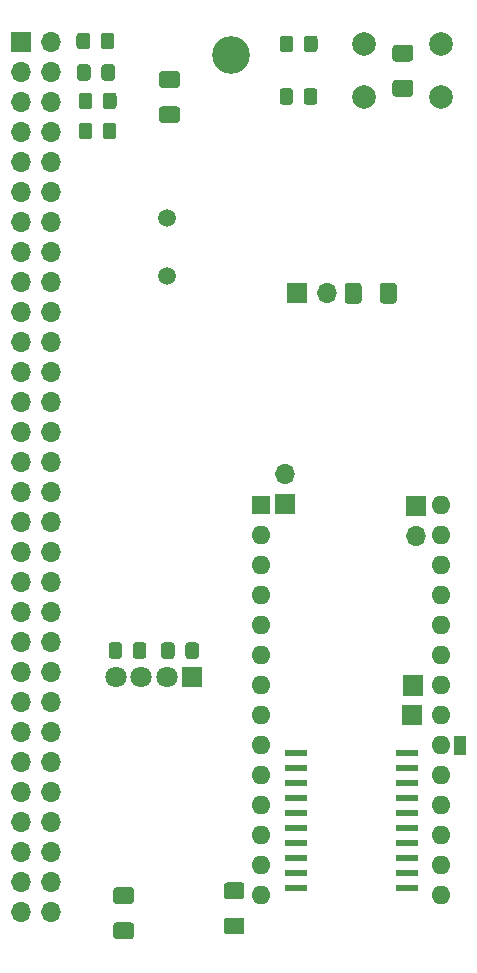
<source format=gbr>
%TF.GenerationSoftware,KiCad,Pcbnew,5.1.9+dfsg1-1+deb11u1*%
%TF.CreationDate,2024-10-31T16:52:42-07:00*%
%TF.ProjectId,8051,38303531-2e6b-4696-9361-645f70636258,rev?*%
%TF.SameCoordinates,Original*%
%TF.FileFunction,Soldermask,Bot*%
%TF.FilePolarity,Negative*%
%FSLAX46Y46*%
G04 Gerber Fmt 4.6, Leading zero omitted, Abs format (unit mm)*
G04 Created by KiCad (PCBNEW 5.1.9+dfsg1-1+deb11u1) date 2024-10-31 16:52:42*
%MOMM*%
%LPD*%
G01*
G04 APERTURE LIST*
%ADD10C,0.100000*%
%ADD11R,1.700000X1.700000*%
%ADD12C,3.200000*%
%ADD13O,1.600000X1.600000*%
%ADD14R,1.600000X1.600000*%
%ADD15O,1.700000X1.700000*%
%ADD16C,1.800000*%
%ADD17R,1.800000X1.800000*%
%ADD18C,1.500000*%
%ADD19R,1.950000X0.600000*%
%ADD20C,2.000000*%
G04 APERTURE END LIST*
D10*
G36*
X128500000Y-123600000D02*
G01*
X127550000Y-123600000D01*
X127550000Y-122050000D01*
X128500000Y-122050000D01*
X128500000Y-123600000D01*
G37*
X128500000Y-123600000D02*
X127550000Y-123600000D01*
X127550000Y-122050000D01*
X128500000Y-122050000D01*
X128500000Y-123600000D01*
G36*
X124850000Y-118600000D02*
G01*
X123250000Y-118600000D01*
X123250000Y-116950000D01*
X124850000Y-116950000D01*
X124850000Y-118600000D01*
G37*
X124850000Y-118600000D02*
X123250000Y-118600000D01*
X123250000Y-116950000D01*
X124850000Y-116950000D01*
X124850000Y-118600000D01*
D11*
%TO.C,J5*%
X124000000Y-120300000D03*
%TD*%
D12*
%TO.C,H1*%
X108700000Y-64400000D03*
%TD*%
%TO.C,C8*%
G36*
G01*
X102875000Y-68775000D02*
X104125000Y-68775000D01*
G75*
G02*
X104375000Y-69025000I0J-250000D01*
G01*
X104375000Y-69950000D01*
G75*
G02*
X104125000Y-70200000I-250000J0D01*
G01*
X102875000Y-70200000D01*
G75*
G02*
X102625000Y-69950000I0J250000D01*
G01*
X102625000Y-69025000D01*
G75*
G02*
X102875000Y-68775000I250000J0D01*
G01*
G37*
G36*
G01*
X102875000Y-65800000D02*
X104125000Y-65800000D01*
G75*
G02*
X104375000Y-66050000I0J-250000D01*
G01*
X104375000Y-66975000D01*
G75*
G02*
X104125000Y-67225000I-250000J0D01*
G01*
X102875000Y-67225000D01*
G75*
G02*
X102625000Y-66975000I0J250000D01*
G01*
X102625000Y-66050000D01*
G75*
G02*
X102875000Y-65800000I250000J0D01*
G01*
G37*
%TD*%
D13*
%TO.C,U5*%
X126490000Y-102500000D03*
X111250000Y-135520000D03*
X126490000Y-105040000D03*
X111250000Y-132980000D03*
X126490000Y-107580000D03*
X111250000Y-130440000D03*
X126490000Y-110120000D03*
X111250000Y-127900000D03*
X126490000Y-112660000D03*
X111250000Y-125360000D03*
X126490000Y-115200000D03*
X111250000Y-122820000D03*
X126490000Y-117740000D03*
X111250000Y-120280000D03*
X126490000Y-120280000D03*
X111250000Y-117740000D03*
X126490000Y-122820000D03*
X111250000Y-115200000D03*
X126490000Y-125360000D03*
X111250000Y-112660000D03*
X126490000Y-127900000D03*
X111250000Y-110120000D03*
X126490000Y-130440000D03*
X111250000Y-107580000D03*
X126490000Y-132980000D03*
X111250000Y-105040000D03*
X126490000Y-135520000D03*
D14*
X111250000Y-102500000D03*
%TD*%
%TO.C,R9*%
G36*
G01*
X96959000Y-70415999D02*
X96959000Y-71316001D01*
G75*
G02*
X96709001Y-71566000I-249999J0D01*
G01*
X96058999Y-71566000D01*
G75*
G02*
X95809000Y-71316001I0J249999D01*
G01*
X95809000Y-70415999D01*
G75*
G02*
X96058999Y-70166000I249999J0D01*
G01*
X96709001Y-70166000D01*
G75*
G02*
X96959000Y-70415999I0J-249999D01*
G01*
G37*
G36*
G01*
X99009000Y-70415999D02*
X99009000Y-71316001D01*
G75*
G02*
X98759001Y-71566000I-249999J0D01*
G01*
X98108999Y-71566000D01*
G75*
G02*
X97859000Y-71316001I0J249999D01*
G01*
X97859000Y-70415999D01*
G75*
G02*
X98108999Y-70166000I249999J0D01*
G01*
X98759001Y-70166000D01*
G75*
G02*
X99009000Y-70415999I0J-249999D01*
G01*
G37*
%TD*%
%TO.C,R8*%
G36*
G01*
X96968000Y-67875999D02*
X96968000Y-68776001D01*
G75*
G02*
X96718001Y-69026000I-249999J0D01*
G01*
X96067999Y-69026000D01*
G75*
G02*
X95818000Y-68776001I0J249999D01*
G01*
X95818000Y-67875999D01*
G75*
G02*
X96067999Y-67626000I249999J0D01*
G01*
X96718001Y-67626000D01*
G75*
G02*
X96968000Y-67875999I0J-249999D01*
G01*
G37*
G36*
G01*
X99018000Y-67875999D02*
X99018000Y-68776001D01*
G75*
G02*
X98768001Y-69026000I-249999J0D01*
G01*
X98117999Y-69026000D01*
G75*
G02*
X97868000Y-68776001I0J249999D01*
G01*
X97868000Y-67875999D01*
G75*
G02*
X98117999Y-67626000I249999J0D01*
G01*
X98768001Y-67626000D01*
G75*
G02*
X99018000Y-67875999I0J-249999D01*
G01*
G37*
%TD*%
%TO.C,R7*%
G36*
G01*
X96823000Y-65462999D02*
X96823000Y-66363001D01*
G75*
G02*
X96573001Y-66613000I-249999J0D01*
G01*
X95922999Y-66613000D01*
G75*
G02*
X95673000Y-66363001I0J249999D01*
G01*
X95673000Y-65462999D01*
G75*
G02*
X95922999Y-65213000I249999J0D01*
G01*
X96573001Y-65213000D01*
G75*
G02*
X96823000Y-65462999I0J-249999D01*
G01*
G37*
G36*
G01*
X98873000Y-65462999D02*
X98873000Y-66363001D01*
G75*
G02*
X98623001Y-66613000I-249999J0D01*
G01*
X97972999Y-66613000D01*
G75*
G02*
X97723000Y-66363001I0J249999D01*
G01*
X97723000Y-65462999D01*
G75*
G02*
X97972999Y-65213000I249999J0D01*
G01*
X98623001Y-65213000D01*
G75*
G02*
X98873000Y-65462999I0J-249999D01*
G01*
G37*
%TD*%
%TO.C,R1*%
G36*
G01*
X96775000Y-62799999D02*
X96775000Y-63700001D01*
G75*
G02*
X96525001Y-63950000I-249999J0D01*
G01*
X95874999Y-63950000D01*
G75*
G02*
X95625000Y-63700001I0J249999D01*
G01*
X95625000Y-62799999D01*
G75*
G02*
X95874999Y-62550000I249999J0D01*
G01*
X96525001Y-62550000D01*
G75*
G02*
X96775000Y-62799999I0J-249999D01*
G01*
G37*
G36*
G01*
X98825000Y-62799999D02*
X98825000Y-63700001D01*
G75*
G02*
X98575001Y-63950000I-249999J0D01*
G01*
X97924999Y-63950000D01*
G75*
G02*
X97675000Y-63700001I0J249999D01*
G01*
X97675000Y-62799999D01*
G75*
G02*
X97924999Y-62550000I249999J0D01*
G01*
X98575001Y-62550000D01*
G75*
G02*
X98825000Y-62799999I0J-249999D01*
G01*
G37*
%TD*%
D15*
%TO.C,J4*%
X124333000Y-105156000D03*
D11*
X124333000Y-102616000D03*
%TD*%
D15*
%TO.C,J3*%
X113284000Y-99949000D03*
D11*
X113284000Y-102489000D03*
%TD*%
%TO.C,R6*%
G36*
G01*
X103935000Y-114408799D02*
X103935000Y-115308801D01*
G75*
G02*
X103685001Y-115558800I-249999J0D01*
G01*
X103034999Y-115558800D01*
G75*
G02*
X102785000Y-115308801I0J249999D01*
G01*
X102785000Y-114408799D01*
G75*
G02*
X103034999Y-114158800I249999J0D01*
G01*
X103685001Y-114158800D01*
G75*
G02*
X103935000Y-114408799I0J-249999D01*
G01*
G37*
G36*
G01*
X105985000Y-114408799D02*
X105985000Y-115308801D01*
G75*
G02*
X105735001Y-115558800I-249999J0D01*
G01*
X105084999Y-115558800D01*
G75*
G02*
X104835000Y-115308801I0J249999D01*
G01*
X104835000Y-114408799D01*
G75*
G02*
X105084999Y-114158800I249999J0D01*
G01*
X105735001Y-114158800D01*
G75*
G02*
X105985000Y-114408799I0J-249999D01*
G01*
G37*
%TD*%
%TO.C,R4*%
G36*
G01*
X99490000Y-114408799D02*
X99490000Y-115308801D01*
G75*
G02*
X99240001Y-115558800I-249999J0D01*
G01*
X98589999Y-115558800D01*
G75*
G02*
X98340000Y-115308801I0J249999D01*
G01*
X98340000Y-114408799D01*
G75*
G02*
X98589999Y-114158800I249999J0D01*
G01*
X99240001Y-114158800D01*
G75*
G02*
X99490000Y-114408799I0J-249999D01*
G01*
G37*
G36*
G01*
X101540000Y-114408799D02*
X101540000Y-115308801D01*
G75*
G02*
X101290001Y-115558800I-249999J0D01*
G01*
X100639999Y-115558800D01*
G75*
G02*
X100390000Y-115308801I0J249999D01*
G01*
X100390000Y-114408799D01*
G75*
G02*
X100639999Y-114158800I249999J0D01*
G01*
X101290001Y-114158800D01*
G75*
G02*
X101540000Y-114408799I0J-249999D01*
G01*
G37*
%TD*%
%TO.C,R3*%
G36*
G01*
X113968000Y-67494999D02*
X113968000Y-68395001D01*
G75*
G02*
X113718001Y-68645000I-249999J0D01*
G01*
X113067999Y-68645000D01*
G75*
G02*
X112818000Y-68395001I0J249999D01*
G01*
X112818000Y-67494999D01*
G75*
G02*
X113067999Y-67245000I249999J0D01*
G01*
X113718001Y-67245000D01*
G75*
G02*
X113968000Y-67494999I0J-249999D01*
G01*
G37*
G36*
G01*
X116018000Y-67494999D02*
X116018000Y-68395001D01*
G75*
G02*
X115768001Y-68645000I-249999J0D01*
G01*
X115117999Y-68645000D01*
G75*
G02*
X114868000Y-68395001I0J249999D01*
G01*
X114868000Y-67494999D01*
G75*
G02*
X115117999Y-67245000I249999J0D01*
G01*
X115768001Y-67245000D01*
G75*
G02*
X116018000Y-67494999I0J-249999D01*
G01*
G37*
%TD*%
%TO.C,R2*%
G36*
G01*
X113986000Y-63049999D02*
X113986000Y-63950001D01*
G75*
G02*
X113736001Y-64200000I-249999J0D01*
G01*
X113085999Y-64200000D01*
G75*
G02*
X112836000Y-63950001I0J249999D01*
G01*
X112836000Y-63049999D01*
G75*
G02*
X113085999Y-62800000I249999J0D01*
G01*
X113736001Y-62800000D01*
G75*
G02*
X113986000Y-63049999I0J-249999D01*
G01*
G37*
G36*
G01*
X116036000Y-63049999D02*
X116036000Y-63950001D01*
G75*
G02*
X115786001Y-64200000I-249999J0D01*
G01*
X115135999Y-64200000D01*
G75*
G02*
X114886000Y-63950001I0J249999D01*
G01*
X114886000Y-63049999D01*
G75*
G02*
X115135999Y-62800000I249999J0D01*
G01*
X115786001Y-62800000D01*
G75*
G02*
X116036000Y-63049999I0J-249999D01*
G01*
G37*
%TD*%
D16*
%TO.C,D2*%
X98933000Y-117094000D03*
X101092000Y-117094000D03*
X103251000Y-117094000D03*
D17*
X105410000Y-117094000D03*
%TD*%
%TO.C,C7*%
G36*
G01*
X98993800Y-137869900D02*
X100243800Y-137869900D01*
G75*
G02*
X100493800Y-138119900I0J-250000D01*
G01*
X100493800Y-139044900D01*
G75*
G02*
X100243800Y-139294900I-250000J0D01*
G01*
X98993800Y-139294900D01*
G75*
G02*
X98743800Y-139044900I0J250000D01*
G01*
X98743800Y-138119900D01*
G75*
G02*
X98993800Y-137869900I250000J0D01*
G01*
G37*
G36*
G01*
X98993800Y-134894900D02*
X100243800Y-134894900D01*
G75*
G02*
X100493800Y-135144900I0J-250000D01*
G01*
X100493800Y-136069900D01*
G75*
G02*
X100243800Y-136319900I-250000J0D01*
G01*
X98993800Y-136319900D01*
G75*
G02*
X98743800Y-136069900I0J250000D01*
G01*
X98743800Y-135144900D01*
G75*
G02*
X98993800Y-134894900I250000J0D01*
G01*
G37*
%TD*%
%TO.C,C6*%
G36*
G01*
X108341000Y-137463500D02*
X109591000Y-137463500D01*
G75*
G02*
X109841000Y-137713500I0J-250000D01*
G01*
X109841000Y-138638500D01*
G75*
G02*
X109591000Y-138888500I-250000J0D01*
G01*
X108341000Y-138888500D01*
G75*
G02*
X108091000Y-138638500I0J250000D01*
G01*
X108091000Y-137713500D01*
G75*
G02*
X108341000Y-137463500I250000J0D01*
G01*
G37*
G36*
G01*
X108341000Y-134488500D02*
X109591000Y-134488500D01*
G75*
G02*
X109841000Y-134738500I0J-250000D01*
G01*
X109841000Y-135663500D01*
G75*
G02*
X109591000Y-135913500I-250000J0D01*
G01*
X108341000Y-135913500D01*
G75*
G02*
X108091000Y-135663500I0J250000D01*
G01*
X108091000Y-134738500D01*
G75*
G02*
X108341000Y-134488500I250000J0D01*
G01*
G37*
%TD*%
%TO.C,C5*%
G36*
G01*
X119759100Y-83982400D02*
X119759100Y-85232400D01*
G75*
G02*
X119509100Y-85482400I-250000J0D01*
G01*
X118584100Y-85482400D01*
G75*
G02*
X118334100Y-85232400I0J250000D01*
G01*
X118334100Y-83982400D01*
G75*
G02*
X118584100Y-83732400I250000J0D01*
G01*
X119509100Y-83732400D01*
G75*
G02*
X119759100Y-83982400I0J-250000D01*
G01*
G37*
G36*
G01*
X122734100Y-83982400D02*
X122734100Y-85232400D01*
G75*
G02*
X122484100Y-85482400I-250000J0D01*
G01*
X121559100Y-85482400D01*
G75*
G02*
X121309100Y-85232400I0J250000D01*
G01*
X121309100Y-83982400D01*
G75*
G02*
X121559100Y-83732400I250000J0D01*
G01*
X122484100Y-83732400D01*
G75*
G02*
X122734100Y-83982400I0J-250000D01*
G01*
G37*
%TD*%
D15*
%TO.C,J2*%
X93500000Y-136990000D03*
X90960000Y-136990000D03*
X93500000Y-134450000D03*
X90960000Y-134450000D03*
X93500000Y-131910000D03*
X90960000Y-131910000D03*
X93500000Y-129370000D03*
X90960000Y-129370000D03*
X93500000Y-126830000D03*
X90960000Y-126830000D03*
X93500000Y-124290000D03*
X90960000Y-124290000D03*
X93500000Y-121750000D03*
X90960000Y-121750000D03*
X93500000Y-119210000D03*
X90960000Y-119210000D03*
X93500000Y-116670000D03*
X90960000Y-116670000D03*
X93500000Y-114130000D03*
X90960000Y-114130000D03*
X93500000Y-111590000D03*
X90960000Y-111590000D03*
X93500000Y-109050000D03*
X90960000Y-109050000D03*
X93500000Y-106510000D03*
X90960000Y-106510000D03*
X93500000Y-103970000D03*
X90960000Y-103970000D03*
X93500000Y-101430000D03*
X90960000Y-101430000D03*
X93500000Y-98890000D03*
X90960000Y-98890000D03*
X93500000Y-96350000D03*
X90960000Y-96350000D03*
X93500000Y-93810000D03*
X90960000Y-93810000D03*
X93500000Y-91270000D03*
X90960000Y-91270000D03*
X93500000Y-88730000D03*
X90960000Y-88730000D03*
X93500000Y-86190000D03*
X90960000Y-86190000D03*
X93500000Y-83650000D03*
X90960000Y-83650000D03*
X93500000Y-81110000D03*
X90960000Y-81110000D03*
X93500000Y-78570000D03*
X90960000Y-78570000D03*
X93500000Y-76030000D03*
X90960000Y-76030000D03*
X93500000Y-73490000D03*
X90960000Y-73490000D03*
X93500000Y-70950000D03*
X90960000Y-70950000D03*
X93500000Y-68410000D03*
X90960000Y-68410000D03*
X93500000Y-65870000D03*
X90960000Y-65870000D03*
X93500000Y-63330000D03*
D11*
X90960000Y-63330000D03*
%TD*%
D18*
%TO.C,Y1*%
X103250000Y-83130000D03*
X103250000Y-78250000D03*
%TD*%
D19*
%TO.C,U4*%
X123598400Y-134924800D03*
X123598400Y-133654800D03*
X123598400Y-132384800D03*
X123598400Y-131114800D03*
X123598400Y-129844800D03*
X123598400Y-128574800D03*
X123598400Y-127304800D03*
X123598400Y-126034800D03*
X123598400Y-124764800D03*
X123598400Y-123494800D03*
X114198400Y-123494800D03*
X114198400Y-124764800D03*
X114198400Y-126034800D03*
X114198400Y-127304800D03*
X114198400Y-128574800D03*
X114198400Y-129844800D03*
X114198400Y-131114800D03*
X114198400Y-132384800D03*
X114198400Y-133654800D03*
X114198400Y-134924800D03*
%TD*%
D20*
%TO.C,SW1*%
X126500000Y-63500000D03*
X126500000Y-68000000D03*
X120000000Y-63500000D03*
X120000000Y-68000000D03*
%TD*%
D15*
%TO.C,J1*%
X116840000Y-84582000D03*
D11*
X114300000Y-84582000D03*
%TD*%
%TO.C,C3*%
G36*
G01*
X122625000Y-66537500D02*
X123875000Y-66537500D01*
G75*
G02*
X124125000Y-66787500I0J-250000D01*
G01*
X124125000Y-67712500D01*
G75*
G02*
X123875000Y-67962500I-250000J0D01*
G01*
X122625000Y-67962500D01*
G75*
G02*
X122375000Y-67712500I0J250000D01*
G01*
X122375000Y-66787500D01*
G75*
G02*
X122625000Y-66537500I250000J0D01*
G01*
G37*
G36*
G01*
X122625000Y-63562500D02*
X123875000Y-63562500D01*
G75*
G02*
X124125000Y-63812500I0J-250000D01*
G01*
X124125000Y-64737500D01*
G75*
G02*
X123875000Y-64987500I-250000J0D01*
G01*
X122625000Y-64987500D01*
G75*
G02*
X122375000Y-64737500I0J250000D01*
G01*
X122375000Y-63812500D01*
G75*
G02*
X122625000Y-63562500I250000J0D01*
G01*
G37*
%TD*%
M02*

</source>
